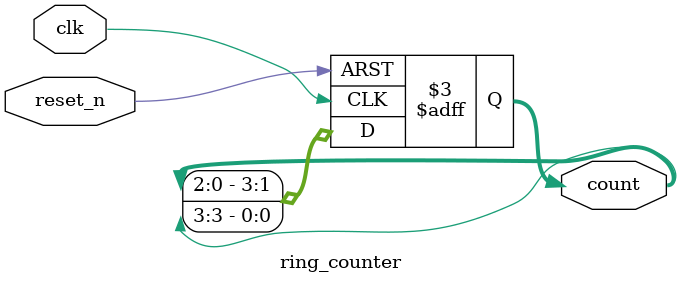
<source format=v>
`timescale 1ns / 1ps

module ring_counter(
                    input clk,
                    input reset_n,
                    output reg [3:0] count);

always@(posedge clk, negedge reset_n)
begin
    if(!reset_n)
    count<=4'b1000;
    else
    count<={count[2:0], count[3]};
end                    
endmodule
</source>
